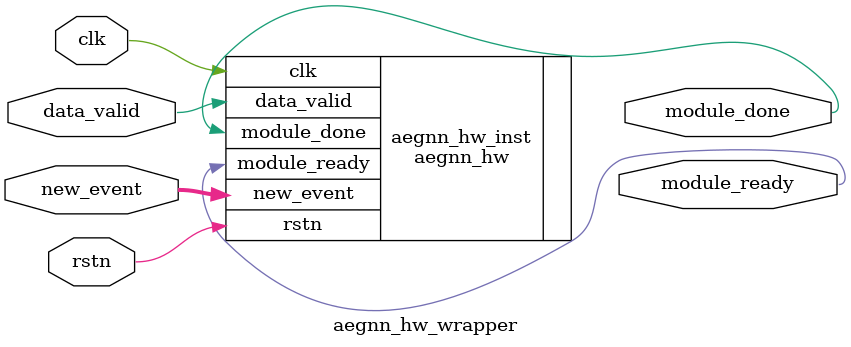
<source format=v>
/*
Copyright 2024 Yufeng Yang (CogSys Group)
SPDX-License-Identifier: Apache-2.0 WITH SHL-2.1

Licensed under the Solderpad Hardware License v 2.1 (the “License”);
you may not use this file except in compliance with the License, or,
at your option, the Apache License version 2.0.
You may obtain a copy of the License at

https://solderpad.org/licenses/SHL-2.1/

Unless required by applicable law or agreed to in writing,
any work distributed under the License is distributed on an “AS IS” BASIS,
WITHOUT WARRANTIES OR CONDITIONS OF ANY KIND, either express or implied.
See the License for the specific language governing permissions and limitations under the License.
*/
`timescale 1ns / 1ps

module aegnn_hw_wrapper (
    input  wire          clk,
    input  wire          rstn,
    input  wire          data_valid,
    input  wire [72-1:0] new_event,
    output wire          module_ready,
    output wire          module_done
);

    aegnn_hw #(
        .FIFO_WIDTH(72)
    ) aegnn_hw_inst (
        .clk          (clk),
        .rstn         (rstn),
        .data_valid   (data_valid),
        .new_event    (new_event),
        .module_ready (module_ready),
        .module_done  (module_done)
    );

endmodule

</source>
